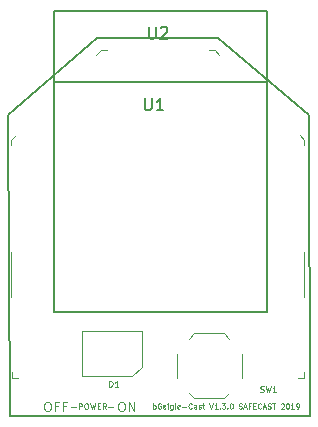
<source format=gto>
%TF.GenerationSoftware,KiCad,Pcbnew,(6.0.0-rc1-dev-634-gb5e3f6406)*%
%TF.CreationDate,2019-05-27T20:40:42+09:00*%
%TF.ProjectId,xbee,786265652E6B696361645F7063620000,rev?*%
%TF.SameCoordinates,Original*%
%TF.FileFunction,Legend,Top*%
%TF.FilePolarity,Positive*%
%FSLAX46Y46*%
G04 Gerber Fmt 4.6, Leading zero omitted, Abs format (unit mm)*
G04 Created by KiCad (PCBNEW (6.0.0-rc1-dev-634-gb5e3f6406)) date 2019 May 27, Monday 20:40:42*
%MOMM*%
%LPD*%
G01*
G04 APERTURE LIST*
%ADD10C,0.050000*%
%ADD11C,0.150000*%
%ADD12C,0.100000*%
%ADD13C,0.120000*%
%ADD14C,0.075000*%
G04 APERTURE END LIST*
D10*
X141076190Y-121509523D02*
X141504761Y-121509523D01*
X141695238Y-121676190D02*
X141695238Y-121176190D01*
X141885714Y-121176190D01*
X141933333Y-121200000D01*
X141957142Y-121223809D01*
X141980952Y-121271428D01*
X141980952Y-121342857D01*
X141957142Y-121390476D01*
X141933333Y-121414285D01*
X141885714Y-121438095D01*
X141695238Y-121438095D01*
X142290476Y-121176190D02*
X142385714Y-121176190D01*
X142433333Y-121200000D01*
X142480952Y-121247619D01*
X142504761Y-121342857D01*
X142504761Y-121509523D01*
X142480952Y-121604761D01*
X142433333Y-121652380D01*
X142385714Y-121676190D01*
X142290476Y-121676190D01*
X142242857Y-121652380D01*
X142195238Y-121604761D01*
X142171428Y-121509523D01*
X142171428Y-121342857D01*
X142195238Y-121247619D01*
X142242857Y-121200000D01*
X142290476Y-121176190D01*
X142671428Y-121176190D02*
X142790476Y-121676190D01*
X142885714Y-121319047D01*
X142980952Y-121676190D01*
X143100000Y-121176190D01*
X143290476Y-121414285D02*
X143457142Y-121414285D01*
X143528571Y-121676190D02*
X143290476Y-121676190D01*
X143290476Y-121176190D01*
X143528571Y-121176190D01*
X144028571Y-121676190D02*
X143861904Y-121438095D01*
X143742857Y-121676190D02*
X143742857Y-121176190D01*
X143933333Y-121176190D01*
X143980952Y-121200000D01*
X144004761Y-121223809D01*
X144028571Y-121271428D01*
X144028571Y-121342857D01*
X144004761Y-121390476D01*
X143980952Y-121414285D01*
X143933333Y-121438095D01*
X143742857Y-121438095D01*
X144195238Y-121509523D02*
X144623809Y-121509523D01*
X138988095Y-121061904D02*
X139140476Y-121061904D01*
X139216666Y-121100000D01*
X139292857Y-121176190D01*
X139330952Y-121328571D01*
X139330952Y-121595238D01*
X139292857Y-121747619D01*
X139216666Y-121823809D01*
X139140476Y-121861904D01*
X138988095Y-121861904D01*
X138911904Y-121823809D01*
X138835714Y-121747619D01*
X138797619Y-121595238D01*
X138797619Y-121328571D01*
X138835714Y-121176190D01*
X138911904Y-121100000D01*
X138988095Y-121061904D01*
X139940476Y-121442857D02*
X139673809Y-121442857D01*
X139673809Y-121861904D02*
X139673809Y-121061904D01*
X140054761Y-121061904D01*
X140626190Y-121442857D02*
X140359523Y-121442857D01*
X140359523Y-121861904D02*
X140359523Y-121061904D01*
X140740476Y-121061904D01*
X145254761Y-121061904D02*
X145407142Y-121061904D01*
X145483333Y-121100000D01*
X145559523Y-121176190D01*
X145597619Y-121328571D01*
X145597619Y-121595238D01*
X145559523Y-121747619D01*
X145483333Y-121823809D01*
X145407142Y-121861904D01*
X145254761Y-121861904D01*
X145178571Y-121823809D01*
X145102380Y-121747619D01*
X145064285Y-121595238D01*
X145064285Y-121328571D01*
X145102380Y-121176190D01*
X145178571Y-121100000D01*
X145254761Y-121061904D01*
X145940476Y-121861904D02*
X145940476Y-121061904D01*
X146397619Y-121861904D01*
X146397619Y-121061904D01*
D11*
X143250000Y-90250000D02*
X153500000Y-90250000D01*
X135750000Y-96750000D02*
X143250000Y-90250000D01*
X135750000Y-96750000D02*
X135850000Y-122250000D01*
X153500000Y-90250000D02*
X161201100Y-96750000D01*
X161201100Y-96750000D02*
X161250000Y-122250000D01*
X161250000Y-122250000D02*
X135850000Y-122250000D01*
D10*
X147989642Y-121628571D02*
X147989642Y-121178571D01*
X147989642Y-121350000D02*
X148032500Y-121328571D01*
X148118214Y-121328571D01*
X148161071Y-121350000D01*
X148182500Y-121371428D01*
X148203928Y-121414285D01*
X148203928Y-121542857D01*
X148182500Y-121585714D01*
X148161071Y-121607142D01*
X148118214Y-121628571D01*
X148032500Y-121628571D01*
X147989642Y-121607142D01*
X148632500Y-121200000D02*
X148589642Y-121178571D01*
X148525357Y-121178571D01*
X148461071Y-121200000D01*
X148418214Y-121242857D01*
X148396785Y-121285714D01*
X148375357Y-121371428D01*
X148375357Y-121435714D01*
X148396785Y-121521428D01*
X148418214Y-121564285D01*
X148461071Y-121607142D01*
X148525357Y-121628571D01*
X148568214Y-121628571D01*
X148632500Y-121607142D01*
X148653928Y-121585714D01*
X148653928Y-121435714D01*
X148568214Y-121435714D01*
X149018214Y-121607142D02*
X148975357Y-121628571D01*
X148889642Y-121628571D01*
X148846785Y-121607142D01*
X148825357Y-121564285D01*
X148825357Y-121392857D01*
X148846785Y-121350000D01*
X148889642Y-121328571D01*
X148975357Y-121328571D01*
X149018214Y-121350000D01*
X149039642Y-121392857D01*
X149039642Y-121435714D01*
X148825357Y-121478571D01*
X149232500Y-121628571D02*
X149232500Y-121328571D01*
X149232500Y-121178571D02*
X149211071Y-121200000D01*
X149232500Y-121221428D01*
X149253928Y-121200000D01*
X149232500Y-121178571D01*
X149232500Y-121221428D01*
X149639642Y-121328571D02*
X149639642Y-121692857D01*
X149618214Y-121735714D01*
X149596785Y-121757142D01*
X149553928Y-121778571D01*
X149489642Y-121778571D01*
X149446785Y-121757142D01*
X149639642Y-121607142D02*
X149596785Y-121628571D01*
X149511071Y-121628571D01*
X149468214Y-121607142D01*
X149446785Y-121585714D01*
X149425357Y-121542857D01*
X149425357Y-121414285D01*
X149446785Y-121371428D01*
X149468214Y-121350000D01*
X149511071Y-121328571D01*
X149596785Y-121328571D01*
X149639642Y-121350000D01*
X149853928Y-121628571D02*
X149853928Y-121328571D01*
X149853928Y-121178571D02*
X149832500Y-121200000D01*
X149853928Y-121221428D01*
X149875357Y-121200000D01*
X149853928Y-121178571D01*
X149853928Y-121221428D01*
X150239642Y-121607142D02*
X150196785Y-121628571D01*
X150111071Y-121628571D01*
X150068214Y-121607142D01*
X150046785Y-121564285D01*
X150046785Y-121392857D01*
X150068214Y-121350000D01*
X150111071Y-121328571D01*
X150196785Y-121328571D01*
X150239642Y-121350000D01*
X150261071Y-121392857D01*
X150261071Y-121435714D01*
X150046785Y-121478571D01*
X150453928Y-121457142D02*
X150796785Y-121457142D01*
X151268214Y-121585714D02*
X151246785Y-121607142D01*
X151182500Y-121628571D01*
X151139642Y-121628571D01*
X151075357Y-121607142D01*
X151032500Y-121564285D01*
X151011071Y-121521428D01*
X150989642Y-121435714D01*
X150989642Y-121371428D01*
X151011071Y-121285714D01*
X151032500Y-121242857D01*
X151075357Y-121200000D01*
X151139642Y-121178571D01*
X151182500Y-121178571D01*
X151246785Y-121200000D01*
X151268214Y-121221428D01*
X151653928Y-121628571D02*
X151653928Y-121392857D01*
X151632500Y-121350000D01*
X151589642Y-121328571D01*
X151503928Y-121328571D01*
X151461071Y-121350000D01*
X151653928Y-121607142D02*
X151611071Y-121628571D01*
X151503928Y-121628571D01*
X151461071Y-121607142D01*
X151439642Y-121564285D01*
X151439642Y-121521428D01*
X151461071Y-121478571D01*
X151503928Y-121457142D01*
X151611071Y-121457142D01*
X151653928Y-121435714D01*
X151846785Y-121607142D02*
X151889642Y-121628571D01*
X151975357Y-121628571D01*
X152018214Y-121607142D01*
X152039642Y-121564285D01*
X152039642Y-121542857D01*
X152018214Y-121500000D01*
X151975357Y-121478571D01*
X151911071Y-121478571D01*
X151868214Y-121457142D01*
X151846785Y-121414285D01*
X151846785Y-121392857D01*
X151868214Y-121350000D01*
X151911071Y-121328571D01*
X151975357Y-121328571D01*
X152018214Y-121350000D01*
X152168214Y-121328571D02*
X152339642Y-121328571D01*
X152232500Y-121178571D02*
X152232500Y-121564285D01*
X152253928Y-121607142D01*
X152296785Y-121628571D01*
X152339642Y-121628571D01*
X152768214Y-121178571D02*
X152918214Y-121628571D01*
X153068214Y-121178571D01*
X153453928Y-121628571D02*
X153196785Y-121628571D01*
X153325357Y-121628571D02*
X153325357Y-121178571D01*
X153282500Y-121242857D01*
X153239642Y-121285714D01*
X153196785Y-121307142D01*
X153646785Y-121585714D02*
X153668214Y-121607142D01*
X153646785Y-121628571D01*
X153625357Y-121607142D01*
X153646785Y-121585714D01*
X153646785Y-121628571D01*
X153818214Y-121178571D02*
X154096785Y-121178571D01*
X153946785Y-121350000D01*
X154011071Y-121350000D01*
X154053928Y-121371428D01*
X154075357Y-121392857D01*
X154096785Y-121435714D01*
X154096785Y-121542857D01*
X154075357Y-121585714D01*
X154053928Y-121607142D01*
X154011071Y-121628571D01*
X153882500Y-121628571D01*
X153839642Y-121607142D01*
X153818214Y-121585714D01*
X154289642Y-121585714D02*
X154311071Y-121607142D01*
X154289642Y-121628571D01*
X154268214Y-121607142D01*
X154289642Y-121585714D01*
X154289642Y-121628571D01*
X154589642Y-121178571D02*
X154632500Y-121178571D01*
X154675357Y-121200000D01*
X154696785Y-121221428D01*
X154718214Y-121264285D01*
X154739642Y-121350000D01*
X154739642Y-121457142D01*
X154718214Y-121542857D01*
X154696785Y-121585714D01*
X154675357Y-121607142D01*
X154632500Y-121628571D01*
X154589642Y-121628571D01*
X154546785Y-121607142D01*
X154525357Y-121585714D01*
X154503928Y-121542857D01*
X154482500Y-121457142D01*
X154482500Y-121350000D01*
X154503928Y-121264285D01*
X154525357Y-121221428D01*
X154546785Y-121200000D01*
X154589642Y-121178571D01*
X155253928Y-121607142D02*
X155318214Y-121628571D01*
X155425357Y-121628571D01*
X155468214Y-121607142D01*
X155489642Y-121585714D01*
X155511071Y-121542857D01*
X155511071Y-121500000D01*
X155489642Y-121457142D01*
X155468214Y-121435714D01*
X155425357Y-121414285D01*
X155339642Y-121392857D01*
X155296785Y-121371428D01*
X155275357Y-121350000D01*
X155253928Y-121307142D01*
X155253928Y-121264285D01*
X155275357Y-121221428D01*
X155296785Y-121200000D01*
X155339642Y-121178571D01*
X155446785Y-121178571D01*
X155511071Y-121200000D01*
X155682500Y-121500000D02*
X155896785Y-121500000D01*
X155639642Y-121628571D02*
X155789642Y-121178571D01*
X155939642Y-121628571D01*
X156239642Y-121392857D02*
X156089642Y-121392857D01*
X156089642Y-121628571D02*
X156089642Y-121178571D01*
X156303928Y-121178571D01*
X156475357Y-121392857D02*
X156625357Y-121392857D01*
X156689642Y-121628571D02*
X156475357Y-121628571D01*
X156475357Y-121178571D01*
X156689642Y-121178571D01*
X157139642Y-121585714D02*
X157118214Y-121607142D01*
X157053928Y-121628571D01*
X157011071Y-121628571D01*
X156946785Y-121607142D01*
X156903928Y-121564285D01*
X156882500Y-121521428D01*
X156861071Y-121435714D01*
X156861071Y-121371428D01*
X156882500Y-121285714D01*
X156903928Y-121242857D01*
X156946785Y-121200000D01*
X157011071Y-121178571D01*
X157053928Y-121178571D01*
X157118214Y-121200000D01*
X157139642Y-121221428D01*
X157311071Y-121500000D02*
X157525357Y-121500000D01*
X157268214Y-121628571D02*
X157418214Y-121178571D01*
X157568214Y-121628571D01*
X157696785Y-121607142D02*
X157761071Y-121628571D01*
X157868214Y-121628571D01*
X157911071Y-121607142D01*
X157932500Y-121585714D01*
X157953928Y-121542857D01*
X157953928Y-121500000D01*
X157932500Y-121457142D01*
X157911071Y-121435714D01*
X157868214Y-121414285D01*
X157782500Y-121392857D01*
X157739642Y-121371428D01*
X157718214Y-121350000D01*
X157696785Y-121307142D01*
X157696785Y-121264285D01*
X157718214Y-121221428D01*
X157739642Y-121200000D01*
X157782500Y-121178571D01*
X157889642Y-121178571D01*
X157953928Y-121200000D01*
X158082500Y-121178571D02*
X158339642Y-121178571D01*
X158211071Y-121628571D02*
X158211071Y-121178571D01*
X158811071Y-121221428D02*
X158832500Y-121200000D01*
X158875357Y-121178571D01*
X158982500Y-121178571D01*
X159025357Y-121200000D01*
X159046785Y-121221428D01*
X159068214Y-121264285D01*
X159068214Y-121307142D01*
X159046785Y-121371428D01*
X158789642Y-121628571D01*
X159068214Y-121628571D01*
X159346785Y-121178571D02*
X159389642Y-121178571D01*
X159432500Y-121200000D01*
X159453928Y-121221428D01*
X159475357Y-121264285D01*
X159496785Y-121350000D01*
X159496785Y-121457142D01*
X159475357Y-121542857D01*
X159453928Y-121585714D01*
X159432500Y-121607142D01*
X159389642Y-121628571D01*
X159346785Y-121628571D01*
X159303928Y-121607142D01*
X159282500Y-121585714D01*
X159261071Y-121542857D01*
X159239642Y-121457142D01*
X159239642Y-121350000D01*
X159261071Y-121264285D01*
X159282500Y-121221428D01*
X159303928Y-121200000D01*
X159346785Y-121178571D01*
X159925357Y-121628571D02*
X159668214Y-121628571D01*
X159796785Y-121628571D02*
X159796785Y-121178571D01*
X159753928Y-121242857D01*
X159711071Y-121285714D01*
X159668214Y-121307142D01*
X160139642Y-121628571D02*
X160225357Y-121628571D01*
X160268214Y-121607142D01*
X160289642Y-121585714D01*
X160332500Y-121521428D01*
X160353928Y-121435714D01*
X160353928Y-121264285D01*
X160332500Y-121221428D01*
X160311071Y-121200000D01*
X160268214Y-121178571D01*
X160182500Y-121178571D01*
X160139642Y-121200000D01*
X160118214Y-121221428D01*
X160096785Y-121264285D01*
X160096785Y-121371428D01*
X160118214Y-121414285D01*
X160139642Y-121435714D01*
X160182500Y-121457142D01*
X160268214Y-121457142D01*
X160311071Y-121435714D01*
X160332500Y-121414285D01*
X160353928Y-121371428D01*
D12*
X160750000Y-119050000D02*
X160250000Y-119050000D01*
X160750000Y-119050000D02*
X160750000Y-118550000D01*
X136050000Y-119050000D02*
X136550000Y-119050000D01*
X136050000Y-119050000D02*
X136050000Y-118550000D01*
X136000000Y-98850000D02*
X136000000Y-99350000D01*
X136000000Y-98850000D02*
X136400000Y-98450000D01*
X160800000Y-98850000D02*
X160400000Y-98450000D01*
X160800000Y-98850000D02*
X160800000Y-99350000D01*
X143600000Y-91250000D02*
X143200000Y-91650000D01*
X143600000Y-91250000D02*
X144100000Y-91250000D01*
X153200000Y-91250000D02*
X152700000Y-91250000D01*
X153200000Y-91250000D02*
X153600000Y-91650000D01*
X136000000Y-108350000D02*
X136000000Y-112150000D01*
X160800000Y-108350000D02*
X160800000Y-112150000D01*
D13*
X147050000Y-115100000D02*
X147050000Y-118100000D01*
X141956000Y-115100000D02*
X147050000Y-115100000D01*
X141956000Y-118900000D02*
X141956000Y-115100000D01*
X146250000Y-118900000D02*
X141956000Y-118900000D01*
X147050000Y-118100000D02*
X146250000Y-118900000D01*
D11*
X157600434Y-93982662D02*
X139600434Y-93982662D01*
X139600434Y-87982662D02*
X139600434Y-113482662D01*
X157600434Y-87982662D02*
X157600434Y-113482662D01*
X157600434Y-113482662D02*
X139600434Y-113482662D01*
X157600434Y-87982662D02*
X139600434Y-87982662D01*
D13*
X154450000Y-115700000D02*
X154000000Y-115250000D01*
X151050000Y-115700000D02*
X151500000Y-115250000D01*
X151050000Y-120300000D02*
X151500000Y-120750000D01*
X154450000Y-120300000D02*
X154000000Y-120750000D01*
X150000000Y-119000000D02*
X150000000Y-117000000D01*
X154000000Y-115250000D02*
X151500000Y-115250000D01*
X155500000Y-119000000D02*
X155500000Y-117000000D01*
X154000000Y-120750000D02*
X151500000Y-120750000D01*
D11*
X147638095Y-89312380D02*
X147638095Y-90121904D01*
X147685714Y-90217142D01*
X147733333Y-90264761D01*
X147828571Y-90312380D01*
X148019047Y-90312380D01*
X148114285Y-90264761D01*
X148161904Y-90217142D01*
X148209523Y-90121904D01*
X148209523Y-89312380D01*
X148638095Y-89407619D02*
X148685714Y-89360000D01*
X148780952Y-89312380D01*
X149019047Y-89312380D01*
X149114285Y-89360000D01*
X149161904Y-89407619D01*
X149209523Y-89502857D01*
X149209523Y-89598095D01*
X149161904Y-89740952D01*
X148590476Y-90312380D01*
X149209523Y-90312380D01*
D14*
X144280952Y-119776190D02*
X144280952Y-119276190D01*
X144400000Y-119276190D01*
X144471428Y-119300000D01*
X144519047Y-119347619D01*
X144542857Y-119395238D01*
X144566666Y-119490476D01*
X144566666Y-119561904D01*
X144542857Y-119657142D01*
X144519047Y-119704761D01*
X144471428Y-119752380D01*
X144400000Y-119776190D01*
X144280952Y-119776190D01*
X145042857Y-119776190D02*
X144757142Y-119776190D01*
X144900000Y-119776190D02*
X144900000Y-119276190D01*
X144852380Y-119347619D01*
X144804761Y-119395238D01*
X144757142Y-119419047D01*
D11*
X147291095Y-95352380D02*
X147291095Y-96161904D01*
X147338714Y-96257142D01*
X147386333Y-96304761D01*
X147481571Y-96352380D01*
X147672047Y-96352380D01*
X147767285Y-96304761D01*
X147814904Y-96257142D01*
X147862523Y-96161904D01*
X147862523Y-95352380D01*
X148862523Y-96352380D02*
X148291095Y-96352380D01*
X148576809Y-96352380D02*
X148576809Y-95352380D01*
X148481571Y-95495238D01*
X148386333Y-95590476D01*
X148291095Y-95638095D01*
D10*
X157083333Y-120202380D02*
X157154761Y-120226190D01*
X157273809Y-120226190D01*
X157321428Y-120202380D01*
X157345238Y-120178571D01*
X157369047Y-120130952D01*
X157369047Y-120083333D01*
X157345238Y-120035714D01*
X157321428Y-120011904D01*
X157273809Y-119988095D01*
X157178571Y-119964285D01*
X157130952Y-119940476D01*
X157107142Y-119916666D01*
X157083333Y-119869047D01*
X157083333Y-119821428D01*
X157107142Y-119773809D01*
X157130952Y-119750000D01*
X157178571Y-119726190D01*
X157297619Y-119726190D01*
X157369047Y-119750000D01*
X157535714Y-119726190D02*
X157654761Y-120226190D01*
X157750000Y-119869047D01*
X157845238Y-120226190D01*
X157964285Y-119726190D01*
X158416666Y-120226190D02*
X158130952Y-120226190D01*
X158273809Y-120226190D02*
X158273809Y-119726190D01*
X158226190Y-119797619D01*
X158178571Y-119845238D01*
X158130952Y-119869047D01*
M02*

</source>
